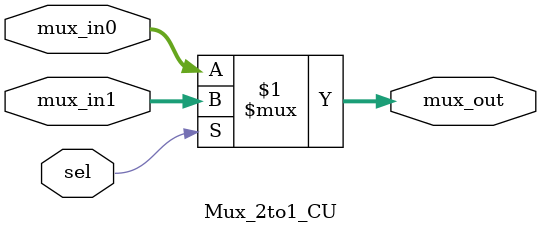
<source format=v>
module Mux_2to1_CU (
    input [9:0] mux_in0,
    input [9:0] mux_in1,
    input sel,

    output [9:0] mux_out);

    assign mux_out = sel ? mux_in1 : mux_in0;
   
endmodule

</source>
